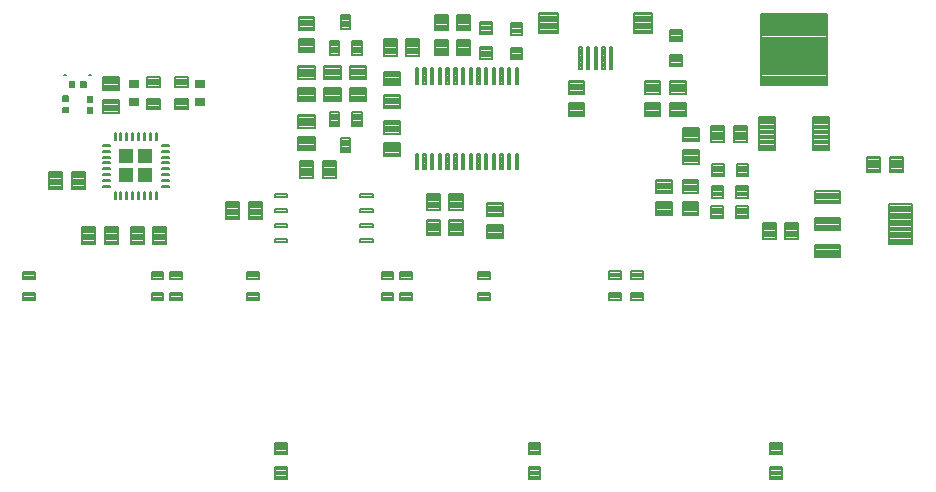
<source format=gbr>
G04 EAGLE Gerber X2 export*
G75*
%MOMM*%
%FSLAX34Y34*%
%LPD*%
%AMOC8*
5,1,8,0,0,1.08239X$1,22.5*%
G01*
%ADD10C,0.199134*%
%ADD11C,0.198000*%
%ADD12R,0.600000X0.600000*%
%ADD13C,0.201500*%
%ADD14R,0.900000X0.650000*%
%ADD15C,0.201166*%
%ADD16C,0.199500*%
%ADD17C,0.200000*%
%ADD18C,0.195000*%
%ADD19C,0.204000*%
%ADD20R,1.300000X1.300000*%
%ADD21C,0.199219*%
%ADD22C,0.195072*%
%ADD23C,0.174000*%
%ADD24C,0.208000*%


D10*
X97337Y439679D02*
X95263Y439679D01*
X95263Y439721D01*
X97337Y439721D01*
X97337Y439679D01*
X76337Y439679D02*
X74263Y439679D01*
X74263Y439721D01*
X76337Y439721D01*
X76337Y439679D01*
D11*
X98385Y421598D02*
X98385Y417578D01*
X94365Y417578D01*
X94365Y421598D01*
X98385Y421598D01*
X98385Y419557D02*
X94365Y419557D01*
X94365Y421536D02*
X98385Y421536D01*
X98385Y412072D02*
X98385Y408052D01*
X94365Y408052D01*
X94365Y412072D01*
X98385Y412072D01*
X98385Y410031D02*
X94365Y410031D01*
X94365Y412010D02*
X98385Y412010D01*
D12*
X96375Y410062D03*
X96375Y419588D03*
D13*
X186357Y419530D02*
X186357Y415044D01*
X186357Y419530D02*
X193343Y419530D01*
X193343Y415044D01*
X186357Y415044D01*
X186357Y417058D02*
X193343Y417058D01*
X193343Y419072D02*
X186357Y419072D01*
X186357Y430420D02*
X186357Y434906D01*
X193343Y434906D01*
X193343Y430420D01*
X186357Y430420D01*
X186357Y432434D02*
X193343Y432434D01*
X193343Y434448D02*
X186357Y434448D01*
D14*
X189850Y432663D03*
X189850Y417287D03*
D13*
X137193Y430420D02*
X137193Y434906D01*
X137193Y430420D02*
X130207Y430420D01*
X130207Y434906D01*
X137193Y434906D01*
X137193Y432434D02*
X130207Y432434D01*
X130207Y434448D02*
X137193Y434448D01*
X137193Y419530D02*
X137193Y415044D01*
X130207Y415044D01*
X130207Y419530D01*
X137193Y419530D01*
X137193Y417058D02*
X130207Y417058D01*
X130207Y419072D02*
X137193Y419072D01*
D14*
X133700Y417287D03*
X133700Y432663D03*
D15*
X325326Y301405D02*
X336014Y301405D01*
X336014Y298845D01*
X325326Y298845D01*
X325326Y301405D01*
X325326Y300856D02*
X336014Y300856D01*
X336014Y314105D02*
X325326Y314105D01*
X336014Y314105D02*
X336014Y311545D01*
X325326Y311545D01*
X325326Y314105D01*
X325326Y313556D02*
X336014Y313556D01*
X336014Y326805D02*
X325326Y326805D01*
X336014Y326805D02*
X336014Y324245D01*
X325326Y324245D01*
X325326Y326805D01*
X325326Y326256D02*
X336014Y326256D01*
X336014Y339505D02*
X325326Y339505D01*
X336014Y339505D02*
X336014Y336945D01*
X325326Y336945D01*
X325326Y339505D01*
X325326Y338956D02*
X336014Y338956D01*
X263624Y339505D02*
X252936Y339505D01*
X263624Y339505D02*
X263624Y336945D01*
X252936Y336945D01*
X252936Y339505D01*
X252936Y338956D02*
X263624Y338956D01*
X263624Y326805D02*
X252936Y326805D01*
X263624Y326805D02*
X263624Y324245D01*
X252936Y324245D01*
X252936Y326805D01*
X252936Y326256D02*
X263624Y326256D01*
X263624Y314105D02*
X252936Y314105D01*
X263624Y314105D02*
X263624Y311545D01*
X252936Y311545D01*
X252936Y314105D01*
X252936Y313556D02*
X263624Y313556D01*
X263624Y301405D02*
X252936Y301405D01*
X263624Y301405D02*
X263624Y298845D01*
X252936Y298845D01*
X252936Y301405D01*
X252936Y300856D02*
X263624Y300856D01*
D11*
X77760Y417978D02*
X77760Y421998D01*
X77760Y417978D02*
X73740Y417978D01*
X73740Y421998D01*
X77760Y421998D01*
X77760Y419957D02*
X73740Y419957D01*
X73740Y421936D02*
X77760Y421936D01*
X77760Y412472D02*
X77760Y408452D01*
X73740Y408452D01*
X73740Y412472D01*
X77760Y412472D01*
X77760Y410431D02*
X73740Y410431D01*
X73740Y412410D02*
X77760Y412410D01*
D12*
X75750Y410462D03*
X75750Y419988D03*
D11*
X79277Y434160D02*
X83297Y434160D01*
X83297Y430140D01*
X79277Y430140D01*
X79277Y434160D01*
X79277Y432119D02*
X83297Y432119D01*
X83297Y434098D02*
X79277Y434098D01*
X88803Y434160D02*
X92823Y434160D01*
X92823Y430140D01*
X88803Y430140D01*
X88803Y434160D01*
X88803Y432119D02*
X92823Y432119D01*
X92823Y434098D02*
X88803Y434098D01*
D12*
X90813Y432150D03*
X81287Y432150D03*
D16*
X168272Y419728D02*
X179278Y419728D01*
X179278Y411222D01*
X168272Y411222D01*
X168272Y419728D01*
X168272Y413216D02*
X179278Y413216D01*
X179278Y415210D02*
X168272Y415210D01*
X168272Y417204D02*
X179278Y417204D01*
X179278Y419198D02*
X168272Y419198D01*
X155778Y419728D02*
X144772Y419728D01*
X155778Y419728D02*
X155778Y411222D01*
X144772Y411222D01*
X144772Y419728D01*
X144772Y413216D02*
X155778Y413216D01*
X155778Y415210D02*
X144772Y415210D01*
X144772Y417204D02*
X155778Y417204D01*
X155778Y419198D02*
X144772Y419198D01*
X144772Y430222D02*
X155778Y430222D01*
X144772Y430222D02*
X144772Y438728D01*
X155778Y438728D01*
X155778Y430222D01*
X155778Y432216D02*
X144772Y432216D01*
X144772Y434210D02*
X155778Y434210D01*
X155778Y436204D02*
X144772Y436204D01*
X144772Y438198D02*
X155778Y438198D01*
X168272Y430222D02*
X179278Y430222D01*
X168272Y430222D02*
X168272Y438728D01*
X179278Y438728D01*
X179278Y430222D01*
X179278Y432216D02*
X168272Y432216D01*
X168272Y434210D02*
X179278Y434210D01*
X179278Y436204D02*
X168272Y436204D01*
X168272Y438198D02*
X179278Y438198D01*
D17*
X308900Y386500D02*
X316900Y386500D01*
X316900Y374500D01*
X308900Y374500D01*
X308900Y386500D01*
X308900Y376499D02*
X316900Y376499D01*
X316900Y378498D02*
X308900Y378498D01*
X308900Y380497D02*
X316900Y380497D01*
X316900Y382496D02*
X308900Y382496D01*
X308900Y384495D02*
X316900Y384495D01*
X316900Y386494D02*
X308900Y386494D01*
X307400Y408500D02*
X299400Y408500D01*
X307400Y408500D02*
X307400Y396500D01*
X299400Y396500D01*
X299400Y408500D01*
X299400Y398499D02*
X307400Y398499D01*
X307400Y400498D02*
X299400Y400498D01*
X299400Y402497D02*
X307400Y402497D01*
X307400Y404496D02*
X299400Y404496D01*
X299400Y406495D02*
X307400Y406495D01*
X307400Y408494D02*
X299400Y408494D01*
X318400Y408500D02*
X326400Y408500D01*
X326400Y396500D01*
X318400Y396500D01*
X318400Y408500D01*
X318400Y398499D02*
X326400Y398499D01*
X326400Y400498D02*
X318400Y400498D01*
X318400Y402497D02*
X326400Y402497D01*
X326400Y404496D02*
X318400Y404496D01*
X318400Y406495D02*
X326400Y406495D01*
X326400Y408494D02*
X318400Y408494D01*
X316900Y479200D02*
X308900Y479200D01*
X308900Y491200D01*
X316900Y491200D01*
X316900Y479200D01*
X316900Y481199D02*
X308900Y481199D01*
X308900Y483198D02*
X316900Y483198D01*
X316900Y485197D02*
X308900Y485197D01*
X308900Y487196D02*
X316900Y487196D01*
X316900Y489195D02*
X308900Y489195D01*
X308900Y491194D02*
X316900Y491194D01*
X318400Y457200D02*
X326400Y457200D01*
X318400Y457200D02*
X318400Y469200D01*
X326400Y469200D01*
X326400Y457200D01*
X326400Y459199D02*
X318400Y459199D01*
X318400Y461198D02*
X326400Y461198D01*
X326400Y463197D02*
X318400Y463197D01*
X318400Y465196D02*
X326400Y465196D01*
X326400Y467195D02*
X318400Y467195D01*
X318400Y469194D02*
X326400Y469194D01*
X307400Y457200D02*
X299400Y457200D01*
X299400Y469200D01*
X307400Y469200D01*
X307400Y457200D01*
X307400Y459199D02*
X299400Y459199D01*
X299400Y461198D02*
X307400Y461198D01*
X307400Y463197D02*
X299400Y463197D01*
X299400Y465196D02*
X307400Y465196D01*
X307400Y467195D02*
X299400Y467195D01*
X299400Y469194D02*
X307400Y469194D01*
X456750Y445550D02*
X458750Y445550D01*
X458750Y432550D01*
X456750Y432550D01*
X456750Y445550D01*
X456750Y434549D02*
X458750Y434549D01*
X458750Y436548D02*
X456750Y436548D01*
X456750Y438547D02*
X458750Y438547D01*
X458750Y440546D02*
X456750Y440546D01*
X456750Y442545D02*
X458750Y442545D01*
X458750Y444544D02*
X456750Y444544D01*
X452250Y445550D02*
X450250Y445550D01*
X452250Y445550D02*
X452250Y432550D01*
X450250Y432550D01*
X450250Y445550D01*
X450250Y434549D02*
X452250Y434549D01*
X452250Y436548D02*
X450250Y436548D01*
X450250Y438547D02*
X452250Y438547D01*
X452250Y440546D02*
X450250Y440546D01*
X450250Y442545D02*
X452250Y442545D01*
X452250Y444544D02*
X450250Y444544D01*
X445750Y445550D02*
X443750Y445550D01*
X445750Y445550D02*
X445750Y432550D01*
X443750Y432550D01*
X443750Y445550D01*
X443750Y434549D02*
X445750Y434549D01*
X445750Y436548D02*
X443750Y436548D01*
X443750Y438547D02*
X445750Y438547D01*
X445750Y440546D02*
X443750Y440546D01*
X443750Y442545D02*
X445750Y442545D01*
X445750Y444544D02*
X443750Y444544D01*
X439250Y445550D02*
X437250Y445550D01*
X439250Y445550D02*
X439250Y432550D01*
X437250Y432550D01*
X437250Y445550D01*
X437250Y434549D02*
X439250Y434549D01*
X439250Y436548D02*
X437250Y436548D01*
X437250Y438547D02*
X439250Y438547D01*
X439250Y440546D02*
X437250Y440546D01*
X437250Y442545D02*
X439250Y442545D01*
X439250Y444544D02*
X437250Y444544D01*
X432750Y445550D02*
X430750Y445550D01*
X432750Y445550D02*
X432750Y432550D01*
X430750Y432550D01*
X430750Y445550D01*
X430750Y434549D02*
X432750Y434549D01*
X432750Y436548D02*
X430750Y436548D01*
X430750Y438547D02*
X432750Y438547D01*
X432750Y440546D02*
X430750Y440546D01*
X430750Y442545D02*
X432750Y442545D01*
X432750Y444544D02*
X430750Y444544D01*
X426250Y445550D02*
X424250Y445550D01*
X426250Y445550D02*
X426250Y432550D01*
X424250Y432550D01*
X424250Y445550D01*
X424250Y434549D02*
X426250Y434549D01*
X426250Y436548D02*
X424250Y436548D01*
X424250Y438547D02*
X426250Y438547D01*
X426250Y440546D02*
X424250Y440546D01*
X424250Y442545D02*
X426250Y442545D01*
X426250Y444544D02*
X424250Y444544D01*
X419750Y445550D02*
X417750Y445550D01*
X419750Y445550D02*
X419750Y432550D01*
X417750Y432550D01*
X417750Y445550D01*
X417750Y434549D02*
X419750Y434549D01*
X419750Y436548D02*
X417750Y436548D01*
X417750Y438547D02*
X419750Y438547D01*
X419750Y440546D02*
X417750Y440546D01*
X417750Y442545D02*
X419750Y442545D01*
X419750Y444544D02*
X417750Y444544D01*
X413250Y445550D02*
X411250Y445550D01*
X413250Y445550D02*
X413250Y432550D01*
X411250Y432550D01*
X411250Y445550D01*
X411250Y434549D02*
X413250Y434549D01*
X413250Y436548D02*
X411250Y436548D01*
X411250Y438547D02*
X413250Y438547D01*
X413250Y440546D02*
X411250Y440546D01*
X411250Y442545D02*
X413250Y442545D01*
X413250Y444544D02*
X411250Y444544D01*
X406750Y445550D02*
X404750Y445550D01*
X406750Y445550D02*
X406750Y432550D01*
X404750Y432550D01*
X404750Y445550D01*
X404750Y434549D02*
X406750Y434549D01*
X406750Y436548D02*
X404750Y436548D01*
X404750Y438547D02*
X406750Y438547D01*
X406750Y440546D02*
X404750Y440546D01*
X404750Y442545D02*
X406750Y442545D01*
X406750Y444544D02*
X404750Y444544D01*
X400250Y445550D02*
X398250Y445550D01*
X400250Y445550D02*
X400250Y432550D01*
X398250Y432550D01*
X398250Y445550D01*
X398250Y434549D02*
X400250Y434549D01*
X400250Y436548D02*
X398250Y436548D01*
X398250Y438547D02*
X400250Y438547D01*
X400250Y440546D02*
X398250Y440546D01*
X398250Y442545D02*
X400250Y442545D01*
X400250Y444544D02*
X398250Y444544D01*
X393750Y445550D02*
X391750Y445550D01*
X393750Y445550D02*
X393750Y432550D01*
X391750Y432550D01*
X391750Y445550D01*
X391750Y434549D02*
X393750Y434549D01*
X393750Y436548D02*
X391750Y436548D01*
X391750Y438547D02*
X393750Y438547D01*
X393750Y440546D02*
X391750Y440546D01*
X391750Y442545D02*
X393750Y442545D01*
X393750Y444544D02*
X391750Y444544D01*
X387250Y445550D02*
X385250Y445550D01*
X387250Y445550D02*
X387250Y432550D01*
X385250Y432550D01*
X385250Y445550D01*
X385250Y434549D02*
X387250Y434549D01*
X387250Y436548D02*
X385250Y436548D01*
X385250Y438547D02*
X387250Y438547D01*
X387250Y440546D02*
X385250Y440546D01*
X385250Y442545D02*
X387250Y442545D01*
X387250Y444544D02*
X385250Y444544D01*
X380750Y445550D02*
X378750Y445550D01*
X380750Y445550D02*
X380750Y432550D01*
X378750Y432550D01*
X378750Y445550D01*
X378750Y434549D02*
X380750Y434549D01*
X380750Y436548D02*
X378750Y436548D01*
X378750Y438547D02*
X380750Y438547D01*
X380750Y440546D02*
X378750Y440546D01*
X378750Y442545D02*
X380750Y442545D01*
X380750Y444544D02*
X378750Y444544D01*
X374250Y445550D02*
X372250Y445550D01*
X374250Y445550D02*
X374250Y432550D01*
X372250Y432550D01*
X372250Y445550D01*
X372250Y434549D02*
X374250Y434549D01*
X374250Y436548D02*
X372250Y436548D01*
X372250Y438547D02*
X374250Y438547D01*
X374250Y440546D02*
X372250Y440546D01*
X372250Y442545D02*
X374250Y442545D01*
X374250Y444544D02*
X372250Y444544D01*
X372250Y373050D02*
X374250Y373050D01*
X374250Y360050D01*
X372250Y360050D01*
X372250Y373050D01*
X372250Y362049D02*
X374250Y362049D01*
X374250Y364048D02*
X372250Y364048D01*
X372250Y366047D02*
X374250Y366047D01*
X374250Y368046D02*
X372250Y368046D01*
X372250Y370045D02*
X374250Y370045D01*
X374250Y372044D02*
X372250Y372044D01*
X378750Y373050D02*
X380750Y373050D01*
X380750Y360050D01*
X378750Y360050D01*
X378750Y373050D01*
X378750Y362049D02*
X380750Y362049D01*
X380750Y364048D02*
X378750Y364048D01*
X378750Y366047D02*
X380750Y366047D01*
X380750Y368046D02*
X378750Y368046D01*
X378750Y370045D02*
X380750Y370045D01*
X380750Y372044D02*
X378750Y372044D01*
X385250Y373050D02*
X387250Y373050D01*
X387250Y360050D01*
X385250Y360050D01*
X385250Y373050D01*
X385250Y362049D02*
X387250Y362049D01*
X387250Y364048D02*
X385250Y364048D01*
X385250Y366047D02*
X387250Y366047D01*
X387250Y368046D02*
X385250Y368046D01*
X385250Y370045D02*
X387250Y370045D01*
X387250Y372044D02*
X385250Y372044D01*
X391750Y373050D02*
X393750Y373050D01*
X393750Y360050D01*
X391750Y360050D01*
X391750Y373050D01*
X391750Y362049D02*
X393750Y362049D01*
X393750Y364048D02*
X391750Y364048D01*
X391750Y366047D02*
X393750Y366047D01*
X393750Y368046D02*
X391750Y368046D01*
X391750Y370045D02*
X393750Y370045D01*
X393750Y372044D02*
X391750Y372044D01*
X398250Y373050D02*
X400250Y373050D01*
X400250Y360050D01*
X398250Y360050D01*
X398250Y373050D01*
X398250Y362049D02*
X400250Y362049D01*
X400250Y364048D02*
X398250Y364048D01*
X398250Y366047D02*
X400250Y366047D01*
X400250Y368046D02*
X398250Y368046D01*
X398250Y370045D02*
X400250Y370045D01*
X400250Y372044D02*
X398250Y372044D01*
X404750Y373050D02*
X406750Y373050D01*
X406750Y360050D01*
X404750Y360050D01*
X404750Y373050D01*
X404750Y362049D02*
X406750Y362049D01*
X406750Y364048D02*
X404750Y364048D01*
X404750Y366047D02*
X406750Y366047D01*
X406750Y368046D02*
X404750Y368046D01*
X404750Y370045D02*
X406750Y370045D01*
X406750Y372044D02*
X404750Y372044D01*
X411250Y373050D02*
X413250Y373050D01*
X413250Y360050D01*
X411250Y360050D01*
X411250Y373050D01*
X411250Y362049D02*
X413250Y362049D01*
X413250Y364048D02*
X411250Y364048D01*
X411250Y366047D02*
X413250Y366047D01*
X413250Y368046D02*
X411250Y368046D01*
X411250Y370045D02*
X413250Y370045D01*
X413250Y372044D02*
X411250Y372044D01*
X417750Y373050D02*
X419750Y373050D01*
X419750Y360050D01*
X417750Y360050D01*
X417750Y373050D01*
X417750Y362049D02*
X419750Y362049D01*
X419750Y364048D02*
X417750Y364048D01*
X417750Y366047D02*
X419750Y366047D01*
X419750Y368046D02*
X417750Y368046D01*
X417750Y370045D02*
X419750Y370045D01*
X419750Y372044D02*
X417750Y372044D01*
X424250Y373050D02*
X426250Y373050D01*
X426250Y360050D01*
X424250Y360050D01*
X424250Y373050D01*
X424250Y362049D02*
X426250Y362049D01*
X426250Y364048D02*
X424250Y364048D01*
X424250Y366047D02*
X426250Y366047D01*
X426250Y368046D02*
X424250Y368046D01*
X424250Y370045D02*
X426250Y370045D01*
X426250Y372044D02*
X424250Y372044D01*
X430750Y373050D02*
X432750Y373050D01*
X432750Y360050D01*
X430750Y360050D01*
X430750Y373050D01*
X430750Y362049D02*
X432750Y362049D01*
X432750Y364048D02*
X430750Y364048D01*
X430750Y366047D02*
X432750Y366047D01*
X432750Y368046D02*
X430750Y368046D01*
X430750Y370045D02*
X432750Y370045D01*
X432750Y372044D02*
X430750Y372044D01*
X437250Y373050D02*
X439250Y373050D01*
X439250Y360050D01*
X437250Y360050D01*
X437250Y373050D01*
X437250Y362049D02*
X439250Y362049D01*
X439250Y364048D02*
X437250Y364048D01*
X437250Y366047D02*
X439250Y366047D01*
X439250Y368046D02*
X437250Y368046D01*
X437250Y370045D02*
X439250Y370045D01*
X439250Y372044D02*
X437250Y372044D01*
X443750Y373050D02*
X445750Y373050D01*
X445750Y360050D01*
X443750Y360050D01*
X443750Y373050D01*
X443750Y362049D02*
X445750Y362049D01*
X445750Y364048D02*
X443750Y364048D01*
X443750Y366047D02*
X445750Y366047D01*
X445750Y368046D02*
X443750Y368046D01*
X443750Y370045D02*
X445750Y370045D01*
X445750Y372044D02*
X443750Y372044D01*
X450250Y373050D02*
X452250Y373050D01*
X452250Y360050D01*
X450250Y360050D01*
X450250Y373050D01*
X450250Y362049D02*
X452250Y362049D01*
X452250Y364048D02*
X450250Y364048D01*
X450250Y366047D02*
X452250Y366047D01*
X452250Y368046D02*
X450250Y368046D01*
X450250Y370045D02*
X452250Y370045D01*
X452250Y372044D02*
X450250Y372044D01*
X456750Y373050D02*
X458750Y373050D01*
X458750Y360050D01*
X456750Y360050D01*
X456750Y373050D01*
X456750Y362049D02*
X458750Y362049D01*
X458750Y364048D02*
X456750Y364048D01*
X456750Y366047D02*
X458750Y366047D01*
X458750Y368046D02*
X456750Y368046D01*
X456750Y370045D02*
X458750Y370045D01*
X458750Y372044D02*
X456750Y372044D01*
D18*
X575825Y351325D02*
X575825Y340275D01*
X575825Y351325D02*
X588875Y351325D01*
X588875Y340275D01*
X575825Y340275D01*
X575825Y342224D02*
X588875Y342224D01*
X588875Y344173D02*
X575825Y344173D01*
X575825Y346122D02*
X588875Y346122D01*
X588875Y348071D02*
X575825Y348071D01*
X575825Y350020D02*
X588875Y350020D01*
X575825Y332325D02*
X575825Y321275D01*
X575825Y332325D02*
X588875Y332325D01*
X588875Y321275D01*
X575825Y321275D01*
X575825Y323224D02*
X588875Y323224D01*
X588875Y325173D02*
X575825Y325173D01*
X575825Y327122D02*
X588875Y327122D01*
X588875Y329071D02*
X575825Y329071D01*
X575825Y331020D02*
X588875Y331020D01*
X445875Y312825D02*
X445875Y301775D01*
X432825Y301775D01*
X432825Y312825D01*
X445875Y312825D01*
X445875Y303724D02*
X432825Y303724D01*
X432825Y305673D02*
X445875Y305673D01*
X445875Y307622D02*
X432825Y307622D01*
X432825Y309571D02*
X445875Y309571D01*
X445875Y311520D02*
X432825Y311520D01*
X445875Y320775D02*
X445875Y331825D01*
X445875Y320775D02*
X432825Y320775D01*
X432825Y331825D01*
X445875Y331825D01*
X445875Y322724D02*
X432825Y322724D01*
X432825Y324673D02*
X445875Y324673D01*
X445875Y326622D02*
X432825Y326622D01*
X432825Y328571D02*
X445875Y328571D01*
X445875Y330520D02*
X432825Y330520D01*
X399225Y477825D02*
X388175Y477825D01*
X388175Y490875D01*
X399225Y490875D01*
X399225Y477825D01*
X399225Y479774D02*
X388175Y479774D01*
X388175Y481723D02*
X399225Y481723D01*
X399225Y483672D02*
X388175Y483672D01*
X388175Y485621D02*
X399225Y485621D01*
X399225Y487570D02*
X388175Y487570D01*
X388175Y489519D02*
X399225Y489519D01*
X407175Y477825D02*
X418225Y477825D01*
X407175Y477825D02*
X407175Y490875D01*
X418225Y490875D01*
X418225Y477825D01*
X418225Y479774D02*
X407175Y479774D01*
X407175Y481723D02*
X418225Y481723D01*
X418225Y483672D02*
X407175Y483672D01*
X407175Y485621D02*
X418225Y485621D01*
X418225Y487570D02*
X407175Y487570D01*
X407175Y489519D02*
X418225Y489519D01*
D19*
X427020Y484680D02*
X427020Y474720D01*
X427020Y484680D02*
X436980Y484680D01*
X436980Y474720D01*
X427020Y474720D01*
X427020Y476759D02*
X436980Y476759D01*
X436980Y478798D02*
X427020Y478798D01*
X427020Y480837D02*
X436980Y480837D01*
X436980Y482876D02*
X427020Y482876D01*
X427020Y463680D02*
X427020Y453720D01*
X427020Y463680D02*
X436980Y463680D01*
X436980Y453720D01*
X427020Y453720D01*
X427020Y455759D02*
X436980Y455759D01*
X436980Y457798D02*
X427020Y457798D01*
X427020Y459837D02*
X436980Y459837D01*
X436980Y461876D02*
X427020Y461876D01*
D17*
X536600Y463500D02*
X536600Y445500D01*
X536600Y463500D02*
X538600Y463500D01*
X538600Y445500D01*
X536600Y445500D01*
X536600Y447499D02*
X538600Y447499D01*
X538600Y449498D02*
X536600Y449498D01*
X536600Y451497D02*
X538600Y451497D01*
X538600Y453496D02*
X536600Y453496D01*
X536600Y455495D02*
X538600Y455495D01*
X538600Y457494D02*
X536600Y457494D01*
X536600Y459493D02*
X538600Y459493D01*
X538600Y461492D02*
X536600Y461492D01*
X536600Y463491D02*
X538600Y463491D01*
X530100Y463500D02*
X530100Y445500D01*
X530100Y463500D02*
X532100Y463500D01*
X532100Y445500D01*
X530100Y445500D01*
X530100Y447499D02*
X532100Y447499D01*
X532100Y449498D02*
X530100Y449498D01*
X530100Y451497D02*
X532100Y451497D01*
X532100Y453496D02*
X530100Y453496D01*
X530100Y455495D02*
X532100Y455495D01*
X532100Y457494D02*
X530100Y457494D01*
X530100Y459493D02*
X532100Y459493D01*
X532100Y461492D02*
X530100Y461492D01*
X530100Y463491D02*
X532100Y463491D01*
X523600Y463500D02*
X523600Y445500D01*
X523600Y463500D02*
X525600Y463500D01*
X525600Y445500D01*
X523600Y445500D01*
X523600Y447499D02*
X525600Y447499D01*
X525600Y449498D02*
X523600Y449498D01*
X523600Y451497D02*
X525600Y451497D01*
X525600Y453496D02*
X523600Y453496D01*
X523600Y455495D02*
X525600Y455495D01*
X525600Y457494D02*
X523600Y457494D01*
X523600Y459493D02*
X525600Y459493D01*
X525600Y461492D02*
X523600Y461492D01*
X523600Y463491D02*
X525600Y463491D01*
X517100Y463500D02*
X517100Y445500D01*
X517100Y463500D02*
X519100Y463500D01*
X519100Y445500D01*
X517100Y445500D01*
X517100Y447499D02*
X519100Y447499D01*
X519100Y449498D02*
X517100Y449498D01*
X517100Y451497D02*
X519100Y451497D01*
X519100Y453496D02*
X517100Y453496D01*
X517100Y455495D02*
X519100Y455495D01*
X519100Y457494D02*
X517100Y457494D01*
X517100Y459493D02*
X519100Y459493D01*
X519100Y461492D02*
X517100Y461492D01*
X517100Y463491D02*
X519100Y463491D01*
X510600Y463500D02*
X510600Y445500D01*
X510600Y463500D02*
X512600Y463500D01*
X512600Y445500D01*
X510600Y445500D01*
X510600Y447499D02*
X512600Y447499D01*
X512600Y449498D02*
X510600Y449498D01*
X510600Y451497D02*
X512600Y451497D01*
X512600Y453496D02*
X510600Y453496D01*
X510600Y455495D02*
X512600Y455495D01*
X512600Y457494D02*
X510600Y457494D01*
X510600Y459493D02*
X512600Y459493D01*
X512600Y461492D02*
X510600Y461492D01*
X510600Y463491D02*
X512600Y463491D01*
D11*
X492610Y475490D02*
X492610Y492510D01*
X492610Y475490D02*
X476590Y475490D01*
X476590Y492510D01*
X492610Y492510D01*
X492610Y477469D02*
X476590Y477469D01*
X476590Y479448D02*
X492610Y479448D01*
X492610Y481427D02*
X476590Y481427D01*
X476590Y483406D02*
X492610Y483406D01*
X492610Y485385D02*
X476590Y485385D01*
X476590Y487364D02*
X492610Y487364D01*
X492610Y489343D02*
X476590Y489343D01*
X476590Y491322D02*
X492610Y491322D01*
X572610Y492510D02*
X572610Y475490D01*
X556590Y475490D01*
X556590Y492510D01*
X572610Y492510D01*
X572610Y477469D02*
X556590Y477469D01*
X556590Y479448D02*
X572610Y479448D01*
X572610Y481427D02*
X556590Y481427D01*
X556590Y483406D02*
X572610Y483406D01*
X572610Y485385D02*
X556590Y485385D01*
X556590Y487364D02*
X572610Y487364D01*
X572610Y489343D02*
X556590Y489343D01*
X556590Y491322D02*
X572610Y491322D01*
D18*
X501625Y435125D02*
X501625Y424075D01*
X501625Y435125D02*
X514675Y435125D01*
X514675Y424075D01*
X501625Y424075D01*
X501625Y426024D02*
X514675Y426024D01*
X514675Y427973D02*
X501625Y427973D01*
X501625Y429922D02*
X514675Y429922D01*
X514675Y431871D02*
X501625Y431871D01*
X501625Y433820D02*
X514675Y433820D01*
X501625Y416125D02*
X501625Y405075D01*
X501625Y416125D02*
X514675Y416125D01*
X514675Y405075D01*
X501625Y405075D01*
X501625Y407024D02*
X514675Y407024D01*
X514675Y408973D02*
X501625Y408973D01*
X501625Y410922D02*
X514675Y410922D01*
X514675Y412871D02*
X501625Y412871D01*
X501625Y414820D02*
X514675Y414820D01*
X579375Y416225D02*
X579375Y405175D01*
X566325Y405175D01*
X566325Y416225D01*
X579375Y416225D01*
X579375Y407124D02*
X566325Y407124D01*
X566325Y409073D02*
X579375Y409073D01*
X579375Y411022D02*
X566325Y411022D01*
X566325Y412971D02*
X579375Y412971D01*
X579375Y414920D02*
X566325Y414920D01*
X579375Y424175D02*
X579375Y435225D01*
X579375Y424175D02*
X566325Y424175D01*
X566325Y435225D01*
X579375Y435225D01*
X579375Y426124D02*
X566325Y426124D01*
X566325Y428073D02*
X579375Y428073D01*
X579375Y430022D02*
X566325Y430022D01*
X566325Y431971D02*
X579375Y431971D01*
X579375Y433920D02*
X566325Y433920D01*
X356025Y456425D02*
X344975Y456425D01*
X344975Y470475D01*
X356025Y470475D01*
X356025Y456425D01*
X356025Y458374D02*
X344975Y458374D01*
X344975Y460323D02*
X356025Y460323D01*
X356025Y462272D02*
X344975Y462272D01*
X344975Y464221D02*
X356025Y464221D01*
X356025Y466170D02*
X344975Y466170D01*
X344975Y468119D02*
X356025Y468119D01*
X356025Y470068D02*
X344975Y470068D01*
X363975Y456425D02*
X375025Y456425D01*
X363975Y456425D02*
X363975Y470475D01*
X375025Y470475D01*
X375025Y456425D01*
X375025Y458374D02*
X363975Y458374D01*
X363975Y460323D02*
X375025Y460323D01*
X375025Y462272D02*
X363975Y462272D01*
X363975Y464221D02*
X375025Y464221D01*
X375025Y466170D02*
X363975Y466170D01*
X363975Y468119D02*
X375025Y468119D01*
X375025Y470068D02*
X363975Y470068D01*
X359075Y423225D02*
X359075Y412175D01*
X345025Y412175D01*
X345025Y423225D01*
X359075Y423225D01*
X359075Y414124D02*
X345025Y414124D01*
X345025Y416073D02*
X359075Y416073D01*
X359075Y418022D02*
X345025Y418022D01*
X345025Y419971D02*
X359075Y419971D01*
X359075Y421920D02*
X345025Y421920D01*
X359075Y431175D02*
X359075Y442225D01*
X359075Y431175D02*
X345025Y431175D01*
X345025Y442225D01*
X359075Y442225D01*
X359075Y433124D02*
X345025Y433124D01*
X345025Y435073D02*
X359075Y435073D01*
X359075Y437022D02*
X345025Y437022D01*
X345025Y438971D02*
X359075Y438971D01*
X359075Y440920D02*
X345025Y440920D01*
D19*
X597380Y447420D02*
X597380Y457380D01*
X597380Y447420D02*
X587420Y447420D01*
X587420Y457380D01*
X597380Y457380D01*
X597380Y449459D02*
X587420Y449459D01*
X587420Y451498D02*
X597380Y451498D01*
X597380Y453537D02*
X587420Y453537D01*
X587420Y455576D02*
X597380Y455576D01*
X597380Y468420D02*
X597380Y478380D01*
X597380Y468420D02*
X587420Y468420D01*
X587420Y478380D01*
X597380Y478380D01*
X597380Y470459D02*
X587420Y470459D01*
X587420Y472498D02*
X597380Y472498D01*
X597380Y474537D02*
X587420Y474537D01*
X587420Y476576D02*
X597380Y476576D01*
X452620Y474220D02*
X452620Y484180D01*
X462580Y484180D01*
X462580Y474220D01*
X452620Y474220D01*
X452620Y476259D02*
X462580Y476259D01*
X462580Y478298D02*
X452620Y478298D01*
X452620Y480337D02*
X462580Y480337D01*
X462580Y482376D02*
X452620Y482376D01*
X452620Y463180D02*
X452620Y453220D01*
X452620Y463180D02*
X462580Y463180D01*
X462580Y453220D01*
X452620Y453220D01*
X452620Y455259D02*
X462580Y455259D01*
X462580Y457298D02*
X452620Y457298D01*
X452620Y459337D02*
X462580Y459337D01*
X462580Y461376D02*
X452620Y461376D01*
D18*
X411825Y339175D02*
X400775Y339175D01*
X411825Y339175D02*
X411825Y326125D01*
X400775Y326125D01*
X400775Y339175D01*
X400775Y328074D02*
X411825Y328074D01*
X411825Y330023D02*
X400775Y330023D01*
X400775Y331972D02*
X411825Y331972D01*
X411825Y333921D02*
X400775Y333921D01*
X400775Y335870D02*
X411825Y335870D01*
X411825Y337819D02*
X400775Y337819D01*
X392825Y339175D02*
X381775Y339175D01*
X392825Y339175D02*
X392825Y326125D01*
X381775Y326125D01*
X381775Y339175D01*
X381775Y328074D02*
X392825Y328074D01*
X392825Y330023D02*
X381775Y330023D01*
X381775Y331972D02*
X392825Y331972D01*
X392825Y333921D02*
X381775Y333921D01*
X381775Y335870D02*
X392825Y335870D01*
X392825Y337819D02*
X381775Y337819D01*
X400775Y317575D02*
X411825Y317575D01*
X411825Y304525D01*
X400775Y304525D01*
X400775Y317575D01*
X400775Y306474D02*
X411825Y306474D01*
X411825Y308423D02*
X400775Y308423D01*
X400775Y310372D02*
X411825Y310372D01*
X411825Y312321D02*
X400775Y312321D01*
X400775Y314270D02*
X411825Y314270D01*
X411825Y316219D02*
X400775Y316219D01*
X392825Y317575D02*
X381775Y317575D01*
X392825Y317575D02*
X392825Y304525D01*
X381775Y304525D01*
X381775Y317575D01*
X381775Y306474D02*
X392825Y306474D01*
X392825Y308423D02*
X381775Y308423D01*
X381775Y310372D02*
X392825Y310372D01*
X392825Y312321D02*
X381775Y312321D01*
X381775Y314270D02*
X392825Y314270D01*
X392825Y316219D02*
X381775Y316219D01*
X345425Y390375D02*
X345425Y401425D01*
X358475Y401425D01*
X358475Y390375D01*
X345425Y390375D01*
X345425Y392324D02*
X358475Y392324D01*
X358475Y394273D02*
X345425Y394273D01*
X345425Y396222D02*
X358475Y396222D01*
X358475Y398171D02*
X345425Y398171D01*
X345425Y400120D02*
X358475Y400120D01*
X345425Y382425D02*
X345425Y371375D01*
X345425Y382425D02*
X358475Y382425D01*
X358475Y371375D01*
X345425Y371375D01*
X345425Y373324D02*
X358475Y373324D01*
X358475Y375273D02*
X345425Y375273D01*
X345425Y377222D02*
X358475Y377222D01*
X358475Y379171D02*
X345425Y379171D01*
X345425Y381120D02*
X358475Y381120D01*
X388175Y456625D02*
X399225Y456625D01*
X388175Y456625D02*
X388175Y469675D01*
X399225Y469675D01*
X399225Y456625D01*
X399225Y458574D02*
X388175Y458574D01*
X388175Y460523D02*
X399225Y460523D01*
X399225Y462472D02*
X388175Y462472D01*
X388175Y464421D02*
X399225Y464421D01*
X399225Y466370D02*
X388175Y466370D01*
X388175Y468319D02*
X399225Y468319D01*
X407175Y456625D02*
X418225Y456625D01*
X407175Y456625D02*
X407175Y469675D01*
X418225Y469675D01*
X418225Y456625D01*
X418225Y458574D02*
X407175Y458574D01*
X407175Y460523D02*
X418225Y460523D01*
X418225Y462472D02*
X407175Y462472D01*
X407175Y464421D02*
X418225Y464421D01*
X418225Y466370D02*
X407175Y466370D01*
X407175Y468319D02*
X418225Y468319D01*
D20*
X127100Y371100D03*
X143100Y371100D03*
X127100Y355100D03*
X143100Y355100D03*
D21*
X113104Y380173D02*
X107096Y380173D01*
X107096Y381027D01*
X113104Y381027D01*
X113104Y380173D01*
X113104Y375173D02*
X107096Y375173D01*
X107096Y376027D01*
X113104Y376027D01*
X113104Y375173D01*
X113104Y370173D02*
X107096Y370173D01*
X107096Y371027D01*
X113104Y371027D01*
X113104Y370173D01*
X113104Y365173D02*
X107096Y365173D01*
X107096Y366027D01*
X113104Y366027D01*
X113104Y365173D01*
X113104Y360173D02*
X107096Y360173D01*
X107096Y361027D01*
X113104Y361027D01*
X113104Y360173D01*
X113104Y355173D02*
X107096Y355173D01*
X107096Y356027D01*
X113104Y356027D01*
X113104Y355173D01*
X113104Y350173D02*
X107096Y350173D01*
X107096Y351027D01*
X113104Y351027D01*
X113104Y350173D01*
X113104Y345173D02*
X107096Y345173D01*
X107096Y346027D01*
X113104Y346027D01*
X113104Y345173D01*
X118027Y341104D02*
X118027Y335096D01*
X117173Y335096D01*
X117173Y341104D01*
X118027Y341104D01*
X118027Y337087D02*
X117173Y337087D01*
X117173Y339078D02*
X118027Y339078D01*
X118027Y341069D02*
X117173Y341069D01*
X123027Y341104D02*
X123027Y335096D01*
X122173Y335096D01*
X122173Y341104D01*
X123027Y341104D01*
X123027Y337087D02*
X122173Y337087D01*
X122173Y339078D02*
X123027Y339078D01*
X123027Y341069D02*
X122173Y341069D01*
X128027Y341104D02*
X128027Y335096D01*
X127173Y335096D01*
X127173Y341104D01*
X128027Y341104D01*
X128027Y337087D02*
X127173Y337087D01*
X127173Y339078D02*
X128027Y339078D01*
X128027Y341069D02*
X127173Y341069D01*
X133027Y341104D02*
X133027Y335096D01*
X132173Y335096D01*
X132173Y341104D01*
X133027Y341104D01*
X133027Y337087D02*
X132173Y337087D01*
X132173Y339078D02*
X133027Y339078D01*
X133027Y341069D02*
X132173Y341069D01*
X138027Y341104D02*
X138027Y335096D01*
X137173Y335096D01*
X137173Y341104D01*
X138027Y341104D01*
X138027Y337087D02*
X137173Y337087D01*
X137173Y339078D02*
X138027Y339078D01*
X138027Y341069D02*
X137173Y341069D01*
X143027Y341104D02*
X143027Y335096D01*
X142173Y335096D01*
X142173Y341104D01*
X143027Y341104D01*
X143027Y337087D02*
X142173Y337087D01*
X142173Y339078D02*
X143027Y339078D01*
X143027Y341069D02*
X142173Y341069D01*
X148027Y341104D02*
X148027Y335096D01*
X147173Y335096D01*
X147173Y341104D01*
X148027Y341104D01*
X148027Y337087D02*
X147173Y337087D01*
X147173Y339078D02*
X148027Y339078D01*
X148027Y341069D02*
X147173Y341069D01*
X153027Y341104D02*
X153027Y335096D01*
X152173Y335096D01*
X152173Y341104D01*
X153027Y341104D01*
X153027Y337087D02*
X152173Y337087D01*
X152173Y339078D02*
X153027Y339078D01*
X153027Y341069D02*
X152173Y341069D01*
X157096Y346027D02*
X163104Y346027D01*
X163104Y345173D01*
X157096Y345173D01*
X157096Y346027D01*
X157096Y351027D02*
X163104Y351027D01*
X163104Y350173D01*
X157096Y350173D01*
X157096Y351027D01*
X157096Y356027D02*
X163104Y356027D01*
X163104Y355173D01*
X157096Y355173D01*
X157096Y356027D01*
X157096Y361027D02*
X163104Y361027D01*
X163104Y360173D01*
X157096Y360173D01*
X157096Y361027D01*
X157096Y366027D02*
X163104Y366027D01*
X163104Y365173D01*
X157096Y365173D01*
X157096Y366027D01*
X157096Y371027D02*
X163104Y371027D01*
X163104Y370173D01*
X157096Y370173D01*
X157096Y371027D01*
X157096Y376027D02*
X163104Y376027D01*
X163104Y375173D01*
X157096Y375173D01*
X157096Y376027D01*
X157096Y381027D02*
X163104Y381027D01*
X163104Y380173D01*
X157096Y380173D01*
X157096Y381027D01*
X152173Y385096D02*
X152173Y391104D01*
X153027Y391104D01*
X153027Y385096D01*
X152173Y385096D01*
X152173Y387087D02*
X153027Y387087D01*
X153027Y389078D02*
X152173Y389078D01*
X152173Y391069D02*
X153027Y391069D01*
X147173Y391104D02*
X147173Y385096D01*
X147173Y391104D02*
X148027Y391104D01*
X148027Y385096D01*
X147173Y385096D01*
X147173Y387087D02*
X148027Y387087D01*
X148027Y389078D02*
X147173Y389078D01*
X147173Y391069D02*
X148027Y391069D01*
X142173Y391104D02*
X142173Y385096D01*
X142173Y391104D02*
X143027Y391104D01*
X143027Y385096D01*
X142173Y385096D01*
X142173Y387087D02*
X143027Y387087D01*
X143027Y389078D02*
X142173Y389078D01*
X142173Y391069D02*
X143027Y391069D01*
X137173Y391104D02*
X137173Y385096D01*
X137173Y391104D02*
X138027Y391104D01*
X138027Y385096D01*
X137173Y385096D01*
X137173Y387087D02*
X138027Y387087D01*
X138027Y389078D02*
X137173Y389078D01*
X137173Y391069D02*
X138027Y391069D01*
X132173Y391104D02*
X132173Y385096D01*
X132173Y391104D02*
X133027Y391104D01*
X133027Y385096D01*
X132173Y385096D01*
X132173Y387087D02*
X133027Y387087D01*
X133027Y389078D02*
X132173Y389078D01*
X132173Y391069D02*
X133027Y391069D01*
X127173Y391104D02*
X127173Y385096D01*
X127173Y391104D02*
X128027Y391104D01*
X128027Y385096D01*
X127173Y385096D01*
X127173Y387087D02*
X128027Y387087D01*
X128027Y389078D02*
X127173Y389078D01*
X127173Y391069D02*
X128027Y391069D01*
X122173Y391104D02*
X122173Y385096D01*
X122173Y391104D02*
X123027Y391104D01*
X123027Y385096D01*
X122173Y385096D01*
X122173Y387087D02*
X123027Y387087D01*
X123027Y389078D02*
X122173Y389078D01*
X122173Y391069D02*
X123027Y391069D01*
X117173Y391104D02*
X117173Y385096D01*
X117173Y391104D02*
X118027Y391104D01*
X118027Y385096D01*
X117173Y385096D01*
X117173Y387087D02*
X118027Y387087D01*
X118027Y389078D02*
X117173Y389078D01*
X117173Y391069D02*
X118027Y391069D01*
D18*
X91825Y357625D02*
X80775Y357625D01*
X91825Y357625D02*
X91825Y343575D01*
X80775Y343575D01*
X80775Y357625D01*
X80775Y345524D02*
X91825Y345524D01*
X91825Y347473D02*
X80775Y347473D01*
X80775Y349422D02*
X91825Y349422D01*
X91825Y351371D02*
X80775Y351371D01*
X80775Y353320D02*
X91825Y353320D01*
X91825Y355269D02*
X80775Y355269D01*
X80775Y357218D02*
X91825Y357218D01*
X72825Y357625D02*
X61775Y357625D01*
X72825Y357625D02*
X72825Y343575D01*
X61775Y343575D01*
X61775Y357625D01*
X61775Y345524D02*
X72825Y345524D01*
X72825Y347473D02*
X61775Y347473D01*
X61775Y349422D02*
X72825Y349422D01*
X72825Y351371D02*
X61775Y351371D01*
X61775Y353320D02*
X72825Y353320D01*
X72825Y355269D02*
X61775Y355269D01*
X61775Y357218D02*
X72825Y357218D01*
X108775Y311025D02*
X119825Y311025D01*
X119825Y296975D01*
X108775Y296975D01*
X108775Y311025D01*
X108775Y298924D02*
X119825Y298924D01*
X119825Y300873D02*
X108775Y300873D01*
X108775Y302822D02*
X119825Y302822D01*
X119825Y304771D02*
X108775Y304771D01*
X108775Y306720D02*
X119825Y306720D01*
X119825Y308669D02*
X108775Y308669D01*
X108775Y310618D02*
X119825Y310618D01*
X100825Y311025D02*
X89775Y311025D01*
X100825Y311025D02*
X100825Y296975D01*
X89775Y296975D01*
X89775Y311025D01*
X89775Y298924D02*
X100825Y298924D01*
X100825Y300873D02*
X89775Y300873D01*
X89775Y302822D02*
X100825Y302822D01*
X100825Y304771D02*
X89775Y304771D01*
X89775Y306720D02*
X100825Y306720D01*
X100825Y308669D02*
X89775Y308669D01*
X89775Y310618D02*
X100825Y310618D01*
X149875Y311025D02*
X160925Y311025D01*
X160925Y296975D01*
X149875Y296975D01*
X149875Y311025D01*
X149875Y298924D02*
X160925Y298924D01*
X160925Y300873D02*
X149875Y300873D01*
X149875Y302822D02*
X160925Y302822D01*
X160925Y304771D02*
X149875Y304771D01*
X149875Y306720D02*
X160925Y306720D01*
X160925Y308669D02*
X149875Y308669D01*
X149875Y310618D02*
X160925Y310618D01*
X141925Y311025D02*
X130875Y311025D01*
X141925Y311025D02*
X141925Y296975D01*
X130875Y296975D01*
X130875Y311025D01*
X130875Y298924D02*
X141925Y298924D01*
X141925Y300873D02*
X130875Y300873D01*
X130875Y302822D02*
X141925Y302822D01*
X141925Y304771D02*
X130875Y304771D01*
X130875Y306720D02*
X141925Y306720D01*
X141925Y308669D02*
X130875Y308669D01*
X130875Y310618D02*
X141925Y310618D01*
X107175Y427175D02*
X107175Y438225D01*
X121225Y438225D01*
X121225Y427175D01*
X107175Y427175D01*
X107175Y429124D02*
X121225Y429124D01*
X121225Y431073D02*
X107175Y431073D01*
X107175Y433022D02*
X121225Y433022D01*
X121225Y434971D02*
X107175Y434971D01*
X107175Y436920D02*
X121225Y436920D01*
X107175Y419225D02*
X107175Y408175D01*
X107175Y419225D02*
X121225Y419225D01*
X121225Y408175D01*
X107175Y408175D01*
X107175Y410124D02*
X121225Y410124D01*
X121225Y412073D02*
X107175Y412073D01*
X107175Y414022D02*
X121225Y414022D01*
X121225Y415971D02*
X107175Y415971D01*
X107175Y417920D02*
X121225Y417920D01*
X286625Y387425D02*
X286625Y376375D01*
X272575Y376375D01*
X272575Y387425D01*
X286625Y387425D01*
X286625Y378324D02*
X272575Y378324D01*
X272575Y380273D02*
X286625Y380273D01*
X286625Y382222D02*
X272575Y382222D01*
X272575Y384171D02*
X286625Y384171D01*
X286625Y386120D02*
X272575Y386120D01*
X286625Y395375D02*
X286625Y406425D01*
X286625Y395375D02*
X272575Y395375D01*
X272575Y406425D01*
X286625Y406425D01*
X286625Y397324D02*
X272575Y397324D01*
X272575Y399273D02*
X286625Y399273D01*
X286625Y401222D02*
X272575Y401222D01*
X272575Y403171D02*
X286625Y403171D01*
X286625Y405120D02*
X272575Y405120D01*
X241925Y332325D02*
X230875Y332325D01*
X241925Y332325D02*
X241925Y318275D01*
X230875Y318275D01*
X230875Y332325D01*
X230875Y320224D02*
X241925Y320224D01*
X241925Y322173D02*
X230875Y322173D01*
X230875Y324122D02*
X241925Y324122D01*
X241925Y326071D02*
X230875Y326071D01*
X230875Y328020D02*
X241925Y328020D01*
X241925Y329969D02*
X230875Y329969D01*
X230875Y331918D02*
X241925Y331918D01*
X222925Y332325D02*
X211875Y332325D01*
X222925Y332325D02*
X222925Y318275D01*
X211875Y318275D01*
X211875Y332325D01*
X211875Y320224D02*
X222925Y320224D01*
X222925Y322173D02*
X211875Y322173D01*
X211875Y324122D02*
X222925Y324122D01*
X222925Y326071D02*
X211875Y326071D01*
X211875Y328020D02*
X222925Y328020D01*
X222925Y329969D02*
X211875Y329969D01*
X211875Y331918D02*
X222925Y331918D01*
X293475Y367125D02*
X304525Y367125D01*
X304525Y353075D01*
X293475Y353075D01*
X293475Y367125D01*
X293475Y355024D02*
X304525Y355024D01*
X304525Y356973D02*
X293475Y356973D01*
X293475Y358922D02*
X304525Y358922D01*
X304525Y360871D02*
X293475Y360871D01*
X293475Y362820D02*
X304525Y362820D01*
X304525Y364769D02*
X293475Y364769D01*
X293475Y366718D02*
X304525Y366718D01*
X285525Y367125D02*
X274475Y367125D01*
X285525Y367125D02*
X285525Y353075D01*
X274475Y353075D01*
X274475Y367125D01*
X274475Y355024D02*
X285525Y355024D01*
X285525Y356973D02*
X274475Y356973D01*
X274475Y358922D02*
X285525Y358922D01*
X285525Y360871D02*
X274475Y360871D01*
X274475Y362820D02*
X285525Y362820D01*
X285525Y364769D02*
X274475Y364769D01*
X274475Y366718D02*
X285525Y366718D01*
X316275Y436775D02*
X316275Y447825D01*
X330325Y447825D01*
X330325Y436775D01*
X316275Y436775D01*
X316275Y438724D02*
X330325Y438724D01*
X330325Y440673D02*
X316275Y440673D01*
X316275Y442622D02*
X330325Y442622D01*
X330325Y444571D02*
X316275Y444571D01*
X316275Y446520D02*
X330325Y446520D01*
X316275Y428825D02*
X316275Y417775D01*
X316275Y428825D02*
X330325Y428825D01*
X330325Y417775D01*
X316275Y417775D01*
X316275Y419724D02*
X330325Y419724D01*
X330325Y421673D02*
X316275Y421673D01*
X316275Y423622D02*
X330325Y423622D01*
X330325Y425571D02*
X316275Y425571D01*
X316275Y427520D02*
X330325Y427520D01*
X308625Y428825D02*
X308625Y417775D01*
X294575Y417775D01*
X294575Y428825D01*
X308625Y428825D01*
X308625Y419724D02*
X294575Y419724D01*
X294575Y421673D02*
X308625Y421673D01*
X308625Y423622D02*
X294575Y423622D01*
X294575Y425571D02*
X308625Y425571D01*
X308625Y427520D02*
X294575Y427520D01*
X308625Y436775D02*
X308625Y447825D01*
X308625Y436775D02*
X294575Y436775D01*
X294575Y447825D01*
X308625Y447825D01*
X308625Y438724D02*
X294575Y438724D01*
X294575Y440673D02*
X308625Y440673D01*
X308625Y442622D02*
X294575Y442622D01*
X294575Y444571D02*
X308625Y444571D01*
X308625Y446520D02*
X294575Y446520D01*
X272675Y447925D02*
X272675Y436875D01*
X272675Y447925D02*
X286725Y447925D01*
X286725Y436875D01*
X272675Y436875D01*
X272675Y438824D02*
X286725Y438824D01*
X286725Y440773D02*
X272675Y440773D01*
X272675Y442722D02*
X286725Y442722D01*
X286725Y444671D02*
X272675Y444671D01*
X272675Y446620D02*
X286725Y446620D01*
X272675Y428925D02*
X272675Y417875D01*
X272675Y428925D02*
X286725Y428925D01*
X286725Y417875D01*
X272675Y417875D01*
X272675Y419824D02*
X286725Y419824D01*
X286725Y421773D02*
X272675Y421773D01*
X272675Y423722D02*
X286725Y423722D01*
X286725Y425671D02*
X272675Y425671D01*
X272675Y427620D02*
X286725Y427620D01*
X273075Y478275D02*
X273075Y489325D01*
X286125Y489325D01*
X286125Y478275D01*
X273075Y478275D01*
X273075Y480224D02*
X286125Y480224D01*
X286125Y482173D02*
X273075Y482173D01*
X273075Y484122D02*
X286125Y484122D01*
X286125Y486071D02*
X273075Y486071D01*
X273075Y488020D02*
X286125Y488020D01*
X273075Y470325D02*
X273075Y459275D01*
X273075Y470325D02*
X286125Y470325D01*
X286125Y459275D01*
X273075Y459275D01*
X273075Y461224D02*
X286125Y461224D01*
X286125Y463173D02*
X273075Y463173D01*
X273075Y465122D02*
X286125Y465122D01*
X286125Y467071D02*
X273075Y467071D01*
X273075Y469020D02*
X286125Y469020D01*
D17*
X564300Y255700D02*
X564300Y249700D01*
X554300Y249700D01*
X554300Y255700D01*
X564300Y255700D01*
X564300Y251699D02*
X554300Y251699D01*
X554300Y253698D02*
X564300Y253698D01*
X564300Y255697D02*
X554300Y255697D01*
X564300Y267700D02*
X564300Y273700D01*
X564300Y267700D02*
X554300Y267700D01*
X554300Y273700D01*
X564300Y273700D01*
X564300Y269699D02*
X554300Y269699D01*
X554300Y271698D02*
X564300Y271698D01*
X564300Y273697D02*
X554300Y273697D01*
X536100Y273700D02*
X536100Y267700D01*
X536100Y273700D02*
X546100Y273700D01*
X546100Y267700D01*
X536100Y267700D01*
X536100Y269699D02*
X546100Y269699D01*
X546100Y271698D02*
X536100Y271698D01*
X536100Y273697D02*
X546100Y273697D01*
X536100Y255700D02*
X536100Y249700D01*
X536100Y255700D02*
X546100Y255700D01*
X546100Y249700D01*
X536100Y249700D01*
X536100Y251699D02*
X546100Y251699D01*
X546100Y253698D02*
X536100Y253698D01*
X536100Y255697D02*
X546100Y255697D01*
X435000Y255500D02*
X435000Y249500D01*
X425000Y249500D01*
X425000Y255500D01*
X435000Y255500D01*
X435000Y251499D02*
X425000Y251499D01*
X425000Y253498D02*
X435000Y253498D01*
X435000Y255497D02*
X425000Y255497D01*
X435000Y267500D02*
X435000Y273500D01*
X435000Y267500D02*
X425000Y267500D01*
X425000Y273500D01*
X435000Y273500D01*
X435000Y269499D02*
X425000Y269499D01*
X425000Y271498D02*
X435000Y271498D01*
X435000Y273497D02*
X425000Y273497D01*
D19*
X672420Y128880D02*
X672420Y118920D01*
X672420Y128880D02*
X682380Y128880D01*
X682380Y118920D01*
X672420Y118920D01*
X672420Y120959D02*
X682380Y120959D01*
X682380Y122998D02*
X672420Y122998D01*
X672420Y125037D02*
X682380Y125037D01*
X682380Y127076D02*
X672420Y127076D01*
X672420Y107880D02*
X672420Y97920D01*
X672420Y107880D02*
X682380Y107880D01*
X682380Y97920D01*
X672420Y97920D01*
X672420Y99959D02*
X682380Y99959D01*
X682380Y101998D02*
X672420Y101998D01*
X672420Y104037D02*
X682380Y104037D01*
X682380Y106076D02*
X672420Y106076D01*
D18*
X773475Y370913D02*
X784525Y370913D01*
X784525Y357863D01*
X773475Y357863D01*
X773475Y370913D01*
X773475Y359812D02*
X784525Y359812D01*
X784525Y361761D02*
X773475Y361761D01*
X773475Y363710D02*
X784525Y363710D01*
X784525Y365659D02*
X773475Y365659D01*
X773475Y367608D02*
X784525Y367608D01*
X784525Y369557D02*
X773475Y369557D01*
X765525Y370913D02*
X754475Y370913D01*
X765525Y370913D02*
X765525Y357863D01*
X754475Y357863D01*
X754475Y370913D01*
X754475Y359812D02*
X765525Y359812D01*
X765525Y361761D02*
X754475Y361761D01*
X754475Y363710D02*
X765525Y363710D01*
X765525Y365659D02*
X754475Y365659D01*
X754475Y367608D02*
X765525Y367608D01*
X765525Y369557D02*
X754475Y369557D01*
D22*
X710611Y342035D02*
X710611Y331793D01*
X710611Y342035D02*
X731013Y342035D01*
X731013Y331793D01*
X710611Y331793D01*
X710611Y333743D02*
X731013Y333743D01*
X731013Y335693D02*
X710611Y335693D01*
X710611Y337643D02*
X731013Y337643D01*
X731013Y339593D02*
X710611Y339593D01*
X710611Y341543D02*
X731013Y341543D01*
X710611Y318921D02*
X710611Y308679D01*
X710611Y318921D02*
X731013Y318921D01*
X731013Y308679D01*
X710611Y308679D01*
X710611Y310629D02*
X731013Y310629D01*
X731013Y312579D02*
X710611Y312579D01*
X710611Y314529D02*
X731013Y314529D01*
X731013Y316479D02*
X710611Y316479D01*
X710611Y318429D02*
X731013Y318429D01*
X710611Y295807D02*
X710611Y285565D01*
X710611Y295807D02*
X731013Y295807D01*
X731013Y285565D01*
X710611Y285565D01*
X710611Y287515D02*
X731013Y287515D01*
X731013Y289465D02*
X710611Y289465D01*
X710611Y291415D02*
X731013Y291415D01*
X731013Y293365D02*
X710611Y293365D01*
X710611Y295315D02*
X731013Y295315D01*
D11*
X772780Y296790D02*
X772780Y330810D01*
X792800Y330810D01*
X792800Y296790D01*
X772780Y296790D01*
X772780Y298769D02*
X792800Y298769D01*
X792800Y300748D02*
X772780Y300748D01*
X772780Y302727D02*
X792800Y302727D01*
X792800Y304706D02*
X772780Y304706D01*
X772780Y306685D02*
X792800Y306685D01*
X792800Y308664D02*
X772780Y308664D01*
X772780Y310643D02*
X792800Y310643D01*
X792800Y312622D02*
X772780Y312622D01*
X772780Y314601D02*
X792800Y314601D01*
X792800Y316580D02*
X772780Y316580D01*
X772780Y318559D02*
X792800Y318559D01*
X792800Y320538D02*
X772780Y320538D01*
X772780Y322517D02*
X792800Y322517D01*
X792800Y324496D02*
X772780Y324496D01*
X772780Y326475D02*
X792800Y326475D01*
X792800Y328454D02*
X772780Y328454D01*
X772780Y330433D02*
X792800Y330433D01*
D18*
X676925Y301487D02*
X665875Y301487D01*
X665875Y314537D01*
X676925Y314537D01*
X676925Y301487D01*
X676925Y303436D02*
X665875Y303436D01*
X665875Y305385D02*
X676925Y305385D01*
X676925Y307334D02*
X665875Y307334D01*
X665875Y309283D02*
X676925Y309283D01*
X676925Y311232D02*
X665875Y311232D01*
X665875Y313181D02*
X676925Y313181D01*
X684875Y301487D02*
X695925Y301487D01*
X684875Y301487D02*
X684875Y314537D01*
X695925Y314537D01*
X695925Y301487D01*
X695925Y303436D02*
X684875Y303436D01*
X684875Y305385D02*
X695925Y305385D01*
X695925Y307334D02*
X684875Y307334D01*
X684875Y309283D02*
X695925Y309283D01*
X695925Y311232D02*
X684875Y311232D01*
X684875Y313181D02*
X695925Y313181D01*
D19*
X653880Y364368D02*
X643920Y364368D01*
X653880Y364368D02*
X653880Y354408D01*
X643920Y354408D01*
X643920Y364368D01*
X643920Y356447D02*
X653880Y356447D01*
X653880Y358486D02*
X643920Y358486D01*
X643920Y360525D02*
X653880Y360525D01*
X653880Y362564D02*
X643920Y362564D01*
X632880Y364368D02*
X622920Y364368D01*
X632880Y364368D02*
X632880Y354408D01*
X622920Y354408D01*
X622920Y364368D01*
X622920Y356447D02*
X632880Y356447D01*
X632880Y358486D02*
X622920Y358486D01*
X622920Y360525D02*
X632880Y360525D01*
X632880Y362564D02*
X622920Y362564D01*
D18*
X622275Y383487D02*
X633325Y383487D01*
X622275Y383487D02*
X622275Y396537D01*
X633325Y396537D01*
X633325Y383487D01*
X633325Y385436D02*
X622275Y385436D01*
X622275Y387385D02*
X633325Y387385D01*
X633325Y389334D02*
X622275Y389334D01*
X622275Y391283D02*
X633325Y391283D01*
X633325Y393232D02*
X622275Y393232D01*
X622275Y395181D02*
X633325Y395181D01*
X641275Y383487D02*
X652325Y383487D01*
X641275Y383487D02*
X641275Y396537D01*
X652325Y396537D01*
X652325Y383487D01*
X652325Y385436D02*
X641275Y385436D01*
X641275Y387385D02*
X652325Y387385D01*
X652325Y389334D02*
X641275Y389334D01*
X641275Y391283D02*
X652325Y391283D01*
X652325Y393232D02*
X641275Y393232D01*
X641275Y395181D02*
X652325Y395181D01*
D23*
X664270Y431770D02*
X720530Y431770D01*
X664270Y431770D02*
X664270Y492030D01*
X720530Y492030D01*
X720530Y431770D01*
X720530Y433509D02*
X664270Y433509D01*
X664270Y435248D02*
X720530Y435248D01*
X720530Y436987D02*
X664270Y436987D01*
X664270Y438726D02*
X720530Y438726D01*
X720530Y440465D02*
X664270Y440465D01*
X664270Y442204D02*
X720530Y442204D01*
X720530Y443943D02*
X664270Y443943D01*
X664270Y445682D02*
X720530Y445682D01*
X720530Y447421D02*
X664270Y447421D01*
X664270Y449160D02*
X720530Y449160D01*
X720530Y450899D02*
X664270Y450899D01*
X664270Y452638D02*
X720530Y452638D01*
X720530Y454377D02*
X664270Y454377D01*
X664270Y456116D02*
X720530Y456116D01*
X720530Y457855D02*
X664270Y457855D01*
X664270Y459594D02*
X720530Y459594D01*
X720530Y461333D02*
X664270Y461333D01*
X664270Y463072D02*
X720530Y463072D01*
X720530Y464811D02*
X664270Y464811D01*
X664270Y466550D02*
X720530Y466550D01*
X720530Y468289D02*
X664270Y468289D01*
X664270Y470028D02*
X720530Y470028D01*
X720530Y471767D02*
X664270Y471767D01*
X664270Y473506D02*
X720530Y473506D01*
X720530Y475245D02*
X664270Y475245D01*
X664270Y476984D02*
X720530Y476984D01*
X720530Y478723D02*
X664270Y478723D01*
X664270Y480462D02*
X720530Y480462D01*
X720530Y482201D02*
X664270Y482201D01*
X664270Y483940D02*
X720530Y483940D01*
X720530Y485679D02*
X664270Y485679D01*
X664270Y487418D02*
X720530Y487418D01*
X720530Y489157D02*
X664270Y489157D01*
X664270Y490896D02*
X720530Y490896D01*
D24*
X676560Y376140D02*
X662640Y376140D01*
X662640Y404060D01*
X676560Y404060D01*
X676560Y376140D01*
X676560Y378219D02*
X662640Y378219D01*
X662640Y380298D02*
X676560Y380298D01*
X676560Y382377D02*
X662640Y382377D01*
X662640Y384456D02*
X676560Y384456D01*
X676560Y386535D02*
X662640Y386535D01*
X662640Y388614D02*
X676560Y388614D01*
X676560Y390693D02*
X662640Y390693D01*
X662640Y392772D02*
X676560Y392772D01*
X676560Y394851D02*
X662640Y394851D01*
X662640Y396930D02*
X676560Y396930D01*
X676560Y399009D02*
X662640Y399009D01*
X662640Y401088D02*
X676560Y401088D01*
X676560Y403167D02*
X662640Y403167D01*
X708240Y376140D02*
X722160Y376140D01*
X708240Y376140D02*
X708240Y404060D01*
X722160Y404060D01*
X722160Y376140D01*
X722160Y378219D02*
X708240Y378219D01*
X708240Y380298D02*
X722160Y380298D01*
X722160Y382377D02*
X708240Y382377D01*
X708240Y384456D02*
X722160Y384456D01*
X722160Y386535D02*
X708240Y386535D01*
X708240Y388614D02*
X722160Y388614D01*
X722160Y390693D02*
X708240Y390693D01*
X708240Y392772D02*
X722160Y392772D01*
X722160Y394851D02*
X708240Y394851D01*
X708240Y396930D02*
X722160Y396930D01*
X722160Y399009D02*
X708240Y399009D01*
X708240Y401088D02*
X722160Y401088D01*
X722160Y403167D02*
X708240Y403167D01*
D17*
X174100Y255500D02*
X174100Y249500D01*
X164100Y249500D01*
X164100Y255500D01*
X174100Y255500D01*
X174100Y251499D02*
X164100Y251499D01*
X164100Y253498D02*
X174100Y253498D01*
X174100Y255497D02*
X164100Y255497D01*
X174100Y267500D02*
X174100Y273500D01*
X174100Y267500D02*
X164100Y267500D01*
X164100Y273500D01*
X174100Y273500D01*
X174100Y269499D02*
X164100Y269499D01*
X164100Y271498D02*
X174100Y271498D01*
X174100Y273497D02*
X164100Y273497D01*
X148500Y273500D02*
X148500Y267500D01*
X148500Y273500D02*
X158500Y273500D01*
X158500Y267500D01*
X148500Y267500D01*
X148500Y269499D02*
X158500Y269499D01*
X158500Y271498D02*
X148500Y271498D01*
X148500Y273497D02*
X158500Y273497D01*
X148500Y255500D02*
X148500Y249500D01*
X148500Y255500D02*
X158500Y255500D01*
X158500Y249500D01*
X148500Y249500D01*
X148500Y251499D02*
X158500Y251499D01*
X158500Y253498D02*
X148500Y253498D01*
X148500Y255497D02*
X158500Y255497D01*
X50100Y255400D02*
X50100Y249400D01*
X40100Y249400D01*
X40100Y255400D01*
X50100Y255400D01*
X50100Y251399D02*
X40100Y251399D01*
X40100Y253398D02*
X50100Y253398D01*
X50100Y255397D02*
X40100Y255397D01*
X50100Y267400D02*
X50100Y273400D01*
X50100Y267400D02*
X40100Y267400D01*
X40100Y273400D01*
X50100Y273400D01*
X50100Y269399D02*
X40100Y269399D01*
X40100Y271398D02*
X50100Y271398D01*
X50100Y273397D02*
X40100Y273397D01*
D19*
X253120Y128880D02*
X253120Y118920D01*
X253120Y128880D02*
X263080Y128880D01*
X263080Y118920D01*
X253120Y118920D01*
X253120Y120959D02*
X263080Y120959D01*
X263080Y122998D02*
X253120Y122998D01*
X253120Y125037D02*
X263080Y125037D01*
X263080Y127076D02*
X253120Y127076D01*
X253120Y107880D02*
X253120Y97920D01*
X253120Y107880D02*
X263080Y107880D01*
X263080Y97920D01*
X253120Y97920D01*
X253120Y99959D02*
X263080Y99959D01*
X263080Y101998D02*
X253120Y101998D01*
X253120Y104037D02*
X263080Y104037D01*
X263080Y106076D02*
X253120Y106076D01*
D17*
X369200Y249500D02*
X369200Y255500D01*
X369200Y249500D02*
X359200Y249500D01*
X359200Y255500D01*
X369200Y255500D01*
X369200Y251499D02*
X359200Y251499D01*
X359200Y253498D02*
X369200Y253498D01*
X369200Y255497D02*
X359200Y255497D01*
X369200Y267500D02*
X369200Y273500D01*
X369200Y267500D02*
X359200Y267500D01*
X359200Y273500D01*
X369200Y273500D01*
X369200Y269499D02*
X359200Y269499D01*
X359200Y271498D02*
X369200Y271498D01*
X369200Y273497D02*
X359200Y273497D01*
X343300Y273500D02*
X343300Y267500D01*
X343300Y273500D02*
X353300Y273500D01*
X353300Y267500D01*
X343300Y267500D01*
X343300Y269499D02*
X353300Y269499D01*
X353300Y271498D02*
X343300Y271498D01*
X343300Y273497D02*
X353300Y273497D01*
X343300Y255500D02*
X343300Y249500D01*
X343300Y255500D02*
X353300Y255500D01*
X353300Y249500D01*
X343300Y249500D01*
X343300Y251499D02*
X353300Y251499D01*
X353300Y253498D02*
X343300Y253498D01*
X343300Y255497D02*
X353300Y255497D01*
X239700Y255600D02*
X239700Y249600D01*
X229700Y249600D01*
X229700Y255600D01*
X239700Y255600D01*
X239700Y251599D02*
X229700Y251599D01*
X229700Y253598D02*
X239700Y253598D01*
X239700Y255597D02*
X229700Y255597D01*
X239700Y267600D02*
X239700Y273600D01*
X239700Y267600D02*
X229700Y267600D01*
X229700Y273600D01*
X239700Y273600D01*
X239700Y269599D02*
X229700Y269599D01*
X229700Y271598D02*
X239700Y271598D01*
X239700Y273597D02*
X229700Y273597D01*
D19*
X467720Y128880D02*
X467720Y118920D01*
X467720Y128880D02*
X477680Y128880D01*
X477680Y118920D01*
X467720Y118920D01*
X467720Y120959D02*
X477680Y120959D01*
X477680Y122998D02*
X467720Y122998D01*
X467720Y125037D02*
X477680Y125037D01*
X477680Y127076D02*
X467720Y127076D01*
X467720Y107880D02*
X467720Y97920D01*
X467720Y107880D02*
X477680Y107880D01*
X477680Y97920D01*
X467720Y97920D01*
X467720Y99959D02*
X477680Y99959D01*
X477680Y101998D02*
X467720Y101998D01*
X467720Y104037D02*
X477680Y104037D01*
X477680Y106076D02*
X467720Y106076D01*
X643720Y346280D02*
X653680Y346280D01*
X653680Y336320D01*
X643720Y336320D01*
X643720Y346280D01*
X643720Y338359D02*
X653680Y338359D01*
X653680Y340398D02*
X643720Y340398D01*
X643720Y342437D02*
X653680Y342437D01*
X653680Y344476D02*
X643720Y344476D01*
X632680Y346280D02*
X622720Y346280D01*
X632680Y346280D02*
X632680Y336320D01*
X622720Y336320D01*
X622720Y346280D01*
X622720Y338359D02*
X632680Y338359D01*
X632680Y340398D02*
X622720Y340398D01*
X622720Y342437D02*
X632680Y342437D01*
X632680Y344476D02*
X622720Y344476D01*
D18*
X611625Y365075D02*
X611625Y376125D01*
X611625Y365075D02*
X598575Y365075D01*
X598575Y376125D01*
X611625Y376125D01*
X611625Y367024D02*
X598575Y367024D01*
X598575Y368973D02*
X611625Y368973D01*
X611625Y370922D02*
X598575Y370922D01*
X598575Y372871D02*
X611625Y372871D01*
X611625Y374820D02*
X598575Y374820D01*
X611625Y384075D02*
X611625Y395125D01*
X611625Y384075D02*
X598575Y384075D01*
X598575Y395125D01*
X611625Y395125D01*
X611625Y386024D02*
X598575Y386024D01*
X598575Y387973D02*
X611625Y387973D01*
X611625Y389922D02*
X598575Y389922D01*
X598575Y391871D02*
X611625Y391871D01*
X611625Y393820D02*
X598575Y393820D01*
D19*
X643420Y328780D02*
X653380Y328780D01*
X653380Y318820D01*
X643420Y318820D01*
X643420Y328780D01*
X643420Y320859D02*
X653380Y320859D01*
X653380Y322898D02*
X643420Y322898D01*
X643420Y324937D02*
X653380Y324937D01*
X653380Y326976D02*
X643420Y326976D01*
X632380Y328780D02*
X622420Y328780D01*
X632380Y328780D02*
X632380Y318820D01*
X622420Y318820D01*
X622420Y328780D01*
X622420Y320859D02*
X632380Y320859D01*
X632380Y322898D02*
X622420Y322898D01*
X622420Y324937D02*
X632380Y324937D01*
X632380Y326976D02*
X622420Y326976D01*
D18*
X598475Y340475D02*
X598475Y351525D01*
X611525Y351525D01*
X611525Y340475D01*
X598475Y340475D01*
X598475Y342424D02*
X611525Y342424D01*
X611525Y344373D02*
X598475Y344373D01*
X598475Y346322D02*
X611525Y346322D01*
X611525Y348271D02*
X598475Y348271D01*
X598475Y350220D02*
X611525Y350220D01*
X598475Y332525D02*
X598475Y321475D01*
X598475Y332525D02*
X611525Y332525D01*
X611525Y321475D01*
X598475Y321475D01*
X598475Y323424D02*
X611525Y323424D01*
X611525Y325373D02*
X598475Y325373D01*
X598475Y327322D02*
X611525Y327322D01*
X611525Y329271D02*
X598475Y329271D01*
X598475Y331220D02*
X611525Y331220D01*
X600625Y405175D02*
X600625Y416225D01*
X600625Y405175D02*
X587575Y405175D01*
X587575Y416225D01*
X600625Y416225D01*
X600625Y407124D02*
X587575Y407124D01*
X587575Y409073D02*
X600625Y409073D01*
X600625Y411022D02*
X587575Y411022D01*
X587575Y412971D02*
X600625Y412971D01*
X600625Y414920D02*
X587575Y414920D01*
X600625Y424175D02*
X600625Y435225D01*
X600625Y424175D02*
X587575Y424175D01*
X587575Y435225D01*
X600625Y435225D01*
X600625Y426124D02*
X587575Y426124D01*
X587575Y428073D02*
X600625Y428073D01*
X600625Y430022D02*
X587575Y430022D01*
X587575Y431971D02*
X600625Y431971D01*
X600625Y433920D02*
X587575Y433920D01*
M02*

</source>
